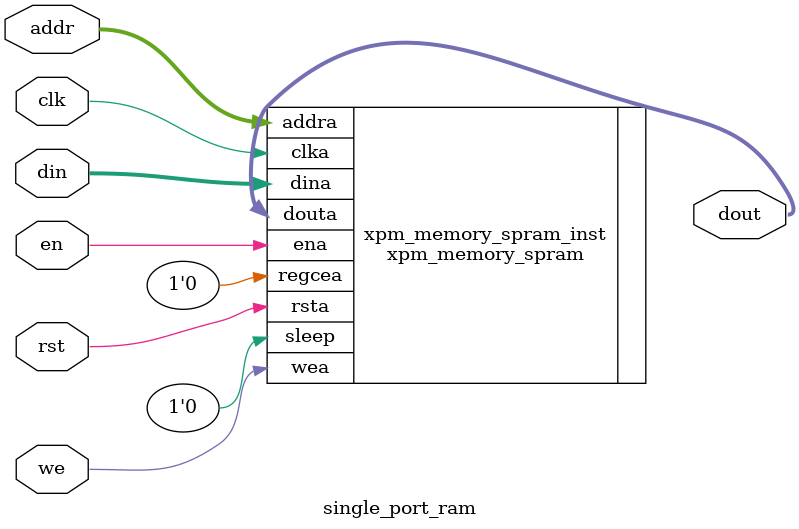
<source format=v>
module single_port_ram #
(
    parameter DATA_WIDTH = 32,  //default data width of xpm ram(bits)
    parameter DEPTH = 128,   //default depth of memory
    parameter MEMORY_PRIMITIVE = "auto",    //"auto | distributed | block"
    parameter LATENCY = 1,      //default latency is 1 cycle
    parameter WRITE_MODE = "write_first"
)
(
    input wire                      clk /* verilator public */,
    input wire                      rst /* verilator public */,
    input wire                      en /* verilator public */,    //ram enable
    input wire                      we /* verilator public */,    //write enable
    input wire [$clog2(DEPTH) -1:0] addr /* verilator public */,
    input wire [DATA_WIDTH - 1:0]    din /* verilator public */,    //write data
    output wire [DATA_WIDTH - 1:0]    dout /* verilator public */
);

   // xpm_memory_spram: Single Port RAM
   // Xilinx Parameterized Macro, version 2019.2

   xpm_memory_spram #(
      .ADDR_WIDTH_A($clog2(DEPTH)),              // DECIMAL
      .AUTO_SLEEP_TIME(0),           // DECIMAL
      .ECC_MODE("no_ecc"),           // String
      .MEMORY_PRIMITIVE(MEMORY_PRIMITIVE),     // String
      .MEMORY_SIZE(DATA_WIDTH * DEPTH),            // DECIMAL
      .MESSAGE_CONTROL(0),           // DECIMAL
      .READ_DATA_WIDTH_A(DATA_WIDTH),        // DECIMAL
      .READ_LATENCY_A(LATENCY),            // DECIMAL
      .READ_RESET_VALUE_A("0"),      // String
      .USE_MEM_INIT(0),              // DECIMAL
      .WRITE_DATA_WIDTH_A(DATA_WIDTH),       // DECIMAL
      .WRITE_MODE_A(WRITE_MODE),    // String
      .BYTE_WRITE_WIDTH_A(DATA_WIDTH)
   )
   xpm_memory_spram_inst (
      .douta(dout),                   // READ_DATA_WIDTH_A-bit output: Data output for port A read operations.
      .addra(addr),                   // ADDR_WIDTH_A-bit input: Address for port A write and read operations.
      .clka(clk),                     // 1-bit input: Clock signal for port A.
      .dina(din),                     // WRITE_DATA_WIDTH_A-bit input: Data input for port A write operations.
      .ena(en),                       // 1-bit input: Memory enable signal for port A. Must be high on clock
                                       // cycles when read or write operations are initiated. Pipelined
                                       // internally.

      .regcea(1'b0),                 // 1-bit input: Clock Enable for the last register stage on the output
                                       // data path.

      .rsta(rst),                     // 1-bit input: Reset signal for the final port A output register stage.
                                       // Synchronously resets output port douta to the value specified by
                                       // parameter READ_RESET_VALUE_A.

      .sleep(1'b0),                   // 1-bit input: sleep signal to enable the dynamic power saving feature.
      .wea(we)                        // WRITE_DATA_WIDTH_A/BYTE_WRITE_WIDTH_A-bit input: Write enable vector
                                       // for port A input data port dina. 1 bit wide when word-wide writes are
                                       // used. In byte-wide write configurations, each bit controls the
                                       // writing one byte of dina to address addra. For example, to
                                       // synchronously write only bits [15-8] of dina when WRITE_DATA_WIDTH_A
                                       // is 32, wea would be 4'b0010.

   );

   // End of xpm_memory_spram_inst instantiation
    
endmodule

</source>
